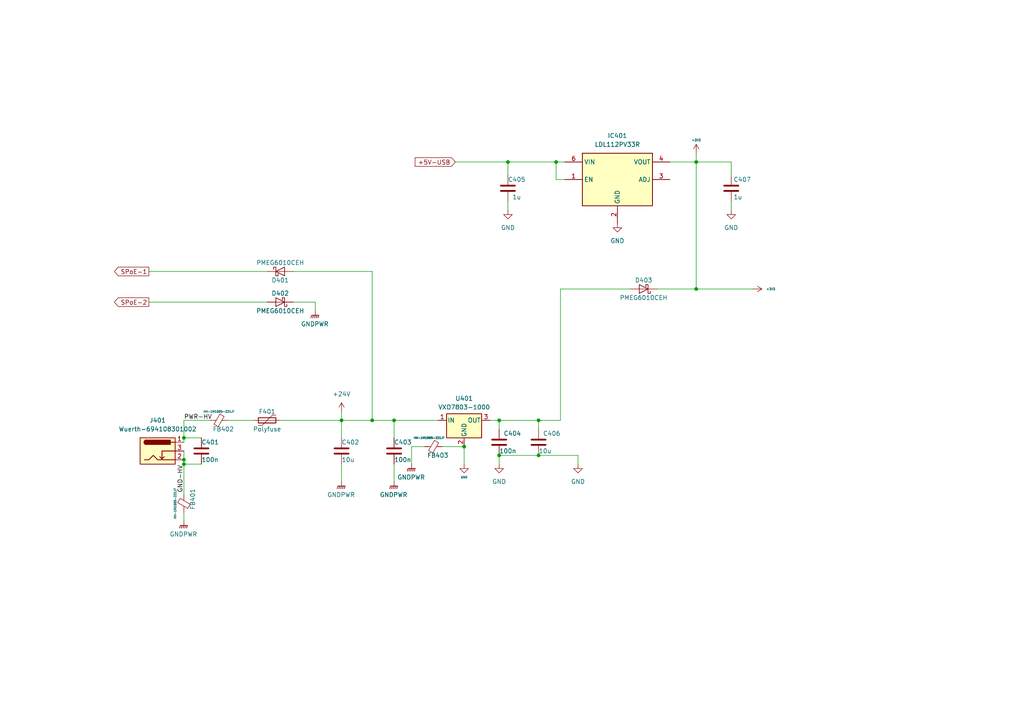
<source format=kicad_sch>
(kicad_sch (version 20230121) (generator eeschema)
  (paper "A4")
  (lib_symbols
    (symbol "Connector:Barrel_Jack_Switch" (pin_names hide)
      (property "Reference" "J" (at 0 5.334 0))
      (property "Value" "Barrel_Jack_Switch" (at 0 -5.08 0))
      (symbol "Barrel_Jack_Switch_0_1"
        (rectangle (start -5.08 3.81) (end 5.08 -3.81) (stroke (width 0.254)) (fill (type background)))
        (arc (start -3.302 3.175) (mid -3.9343 2.54) (end -3.302 1.905) (stroke (width 0.254)))
        (arc (start -3.302 3.175) (mid -3.9343 2.54) (end -3.302 1.905) (stroke (width 0.254)) (fill (type outline)))
        (polyline (pts (xy 1.27 -2.286) (xy 1.905 -1.651)) (stroke (width 0.254)))
        (polyline (pts (xy 5.08 2.54) (xy 3.81 2.54)) (stroke (width 0.254)))
        (polyline (pts (xy 5.08 0) (xy 1.27 0) (xy 1.27 -2.286) (xy 0.635 -1.651)) (stroke (width 0.254)))
        (polyline (pts (xy -3.81 -2.54) (xy -2.54 -2.54) (xy -1.27 -1.27) (xy 0 -2.54) (xy 2.54 -2.54) (xy 5.08 -2.54)) (stroke (width 0.254)))
        (rectangle (start 3.683 3.175) (end -3.302 1.905) (stroke (width 0.254)) (fill (type outline)))
      )
      (symbol "Barrel_Jack_Switch_1_1"
        (pin passive line (at 7.62 2.54 180) (length 2.54) (name "~") (number "1"))
        (pin passive line (at 7.62 -2.54 180) (length 2.54) (name "~") (number "2"))
        (pin passive line (at 7.62 0 180) (length 2.54) (name "~") (number "3"))
      )
    )
    (symbol "Device:C" (pin_numbers hide) (pin_names (offset 0.254))
      (property "Reference" "C" (at 0.635 2.54 0))
      (property "Value" "C" (at 0.635 -2.54 0))
      (symbol "C_0_1"
        (polyline (pts (xy -2.032 -0.762) (xy 2.032 -0.762)) (stroke (width 0.508)))
        (polyline (pts (xy -2.032 0.762) (xy 2.032 0.762)) (stroke (width 0.508)))
      )
      (symbol "C_1_1"
        (pin passive line (at 0 3.81 270) (length 2.794) (name "~") (number "1"))
        (pin passive line (at 0 -3.81 90) (length 2.794) (name "~") (number "2"))
      )
    )
    (symbol "Device:Ferrite_Bead_Small" (pin_numbers hide) (pin_names (offset 0))
      (property "Reference" "FB" (at 1.905 1.27 0))
      (property "Value" "Device_Ferrite_Bead_Small" (at 1.905 -1.27 0))
      (symbol "Ferrite_Bead_Small_0_1"
        (polyline (pts (xy 0 -1.27) (xy 0 -0.7874)))
        (polyline (pts (xy 0 0.889) (xy 0 1.2954)))
        (polyline (pts (xy -1.8288 0.2794) (xy -1.1176 1.4986) (xy 1.8288 -0.2032) (xy 1.1176 -1.4224) (xy -1.8288 0.2794)))
      )
      (symbol "Ferrite_Bead_Small_1_1"
        (pin passive line (at 0 2.54 270) (length 1.27) (name "~") (number "1"))
        (pin passive line (at 0 -2.54 90) (length 1.27) (name "~") (number "2"))
      )
    )
    (symbol "Device:Polyfuse" (pin_numbers hide) (pin_names (offset 0))
      (property "Reference" "F" (at -2.54 0 90))
      (property "Value" "Polyfuse" (at 2.54 0 90))
      (symbol "Polyfuse_0_1"
        (rectangle (start -0.762 2.54) (end 0.762 -2.54) (stroke (width 0.254)))
        (polyline (pts (xy 0 2.54) (xy 0 -2.54)))
        (polyline (pts (xy -1.524 2.54) (xy -1.524 1.524) (xy 1.524 -1.524) (xy 1.524 -2.54)))
      )
      (symbol "Polyfuse_1_1"
        (pin passive line (at 0 3.81 270) (length 1.27) (name "~") (number "1"))
        (pin passive line (at 0 -3.81 90) (length 1.27) (name "~") (number "2"))
      )
    )
    (symbol "Diode:PMEG6010CEH" (pin_numbers hide) (pin_names hide)
      (property "Reference" "D" (at 0 2.54 0))
      (property "Value" "PMEG6010CEH" (at 0 -2.54 0))
      (symbol "PMEG6010CEH_0_1"
        (polyline (pts (xy 1.27 0) (xy -1.27 0)))
        (polyline (pts (xy 1.27 1.27) (xy 1.27 -1.27) (xy -1.27 0) (xy 1.27 1.27)) (stroke (width 0.2032)))
        (polyline (pts (xy -1.905 0.635) (xy -1.905 1.27) (xy -1.27 1.27) (xy -1.27 -1.27) (xy -0.635 -1.27) (xy -0.635 -0.635)) (stroke (width 0.2032)))
      )
      (symbol "PMEG6010CEH_1_1"
        (pin passive line (at -3.81 0 0) (length 2.54) (name "K") (number "1"))
        (pin passive line (at 3.81 0 180) (length 2.54) (name "A") (number "2"))
      )
    )
    (symbol "Project_Specific_Power:+3V3" (power) (pin_names (offset 0))
      (property "Value" "+3V3" (at 0 3.175 0))
      (symbol "+3V3_0_1"
        (polyline (pts (xy -0.762 1.27) (xy 0 2.54)))
        (polyline (pts (xy 0 0) (xy 0 2.54)))
        (polyline (pts (xy 0 2.54) (xy 0.762 1.27)))
      )
      (symbol "+3V3_1_1"
        (pin power_in line (at 0 0 90) (length 0) hide (name "+3V3") (number "1"))
      )
    )
    (symbol "Project_Specific_STMicroelectronics:LDL112PV33R"
      (property "Reference" "IC" (at -7.62 8.89 0))
      (property "Value" "LDL112PV33R" (at -6.35 -3.81 0))
      (symbol "LDL112PV33R_1_1"
        (rectangle (start -10.16 5.08) (end 10.16 -10.16) (stroke (width 0.254)) (fill (type background)))
        (pin passive line (at -15.24 -2.54 0) (length 5.08) (name "EN") (number "1"))
        (pin passive line (at 0 -15.24 90) (length 5.08) (name "GND") (number "2"))
        (pin passive line (at 15.24 -2.54 180) (length 5.08) (name "ADJ") (number "3"))
        (pin passive line (at 15.24 2.54 180) (length 5.08) (name "VOUT") (number "4"))
        (pin passive line (at -15.24 2.54 0) (length 5.08) (name "VIN") (number "6"))
        (pin passive line (at 0 -15.24 90) (length 5.08) hide (name "EP") (number "7"))
      )
    )
    (symbol "Regulator_Linear:L7805" (pin_names (offset 0.254))
      (property "Reference" "U" (at -3.81 3.175 0))
      (property "Value" "L7805" (at 0 3.175 0))
      (symbol "L7805_0_1"
        (rectangle (start -5.08 1.905) (end 5.08 -5.08) (stroke (width 0.254)) (fill (type background)))
      )
      (symbol "L7805_1_1"
        (pin power_in line (at -7.62 0 0) (length 2.54) (name "IN") (number "1"))
        (pin power_in line (at 0 -7.62 90) (length 2.54) (name "GND") (number "2"))
        (pin power_out line (at 7.62 0 180) (length 2.54) (name "OUT") (number "3"))
      )
    )
    (symbol "power:+24V" (power) (pin_names (offset 0))
      (property "Value" "+24V" (at 0 3.556 0))
      (symbol "+24V_0_1"
        (polyline (pts (xy -0.762 1.27) (xy 0 2.54)))
        (polyline (pts (xy 0 0) (xy 0 2.54)))
        (polyline (pts (xy 0 2.54) (xy 0.762 1.27)))
      )
      (symbol "+24V_1_1"
        (pin power_in line (at 0 0 90) (length 0) hide (name "+24V") (number "1"))
      )
    )
    (symbol "power:GND" (power) (pin_names (offset 0))
      (property "Value" "GND" (at 0 -3.81 0))
      (symbol "GND_0_1"
        (polyline (pts (xy 0 0) (xy 0 -1.27) (xy 1.27 -1.27) (xy 0 -2.54) (xy -1.27 -1.27) (xy 0 -1.27)))
      )
      (symbol "GND_1_1"
        (pin power_in line (at 0 0 270) (length 0) hide (name "GND") (number "1"))
      )
    )
    (symbol "power:GNDPWR" (power) (pin_names (offset 0))
      (property "Value" "GNDPWR" (at 0 -3.302 0))
      (symbol "GNDPWR_0_1"
        (polyline (pts (xy 0 -1.27) (xy 0 0)))
        (polyline (pts (xy -1.016 -1.27) (xy -1.27 -2.032) (xy -1.27 -2.032)) (stroke (width 0.2032)))
        (polyline (pts (xy -0.508 -1.27) (xy -0.762 -2.032) (xy -0.762 -2.032)) (stroke (width 0.2032)))
        (polyline (pts (xy 0 -1.27) (xy -0.254 -2.032) (xy -0.254 -2.032)) (stroke (width 0.2032)))
        (polyline (pts (xy 0.508 -1.27) (xy 0.254 -2.032) (xy 0.254 -2.032)) (stroke (width 0.2032)))
        (polyline (pts (xy 1.016 -1.27) (xy -1.016 -1.27) (xy -1.016 -1.27)) (stroke (width 0.2032)))
        (polyline (pts (xy 1.016 -1.27) (xy 0.762 -2.032) (xy 0.762 -2.032) (xy 0.762 -2.032)) (stroke (width 0.2032)))
      )
      (symbol "GNDPWR_1_1"
        (pin power_in line (at 0 0 270) (length 0) hide (name "GNDPWR") (number "1"))
      )
    )
  )
  (junction (at 144.78 121.92))
  (junction (at 53.34 127))
  (junction (at 53.34 133.35))
  (junction (at 134.62 129.54))
  (junction (at 114.3 121.92))
  (junction (at 156.21 121.92))
  (junction (at 144.78 132.08))
  (junction (at 107.95 121.92))
  (junction (at 201.93 46.99))
  (junction (at 156.21 132.08))
  (junction (at 161.29 46.99))
  (junction (at 201.93 83.82))
  (junction (at 147.32 46.99))
  (junction (at 53.34 134.62))
  (junction (at 99.06 121.92))
  (wire (pts (xy 99.06 121.92) (xy 99.06 127)))
  (wire (pts (xy 147.32 58.42) (xy 147.32 60.96)))
  (wire (pts (xy 53.34 130.81) (xy 53.34 133.35)))
  (wire (pts (xy 134.62 129.54) (xy 134.62 134.62)))
  (wire (pts (xy 53.34 121.92) (xy 53.34 127)))
  (wire (pts (xy 162.56 83.82) (xy 162.56 121.92)))
  (wire (pts (xy 128.27 129.54) (xy 134.62 129.54)))
  (wire (pts (xy 144.78 121.92) (xy 144.78 124.46)))
  (wire (pts (xy 161.29 46.99) (xy 163.83 46.99)))
  (wire (pts (xy 107.95 121.92) (xy 114.3 121.92)))
  (wire (pts (xy 212.09 58.42) (xy 212.09 60.96)))
  (wire (pts (xy 144.78 121.92) (xy 156.21 121.92)))
  (wire (pts (xy 114.3 121.92) (xy 127 121.92)))
  (wire (pts (xy 167.64 132.08) (xy 167.64 134.62)))
  (wire (pts (xy 201.93 44.45) (xy 201.93 46.99)))
  (wire (pts (xy 114.3 134.62) (xy 114.3 139.7)))
  (wire (pts (xy 99.06 121.92) (xy 107.95 121.92)))
  (wire (pts (xy 147.32 50.8) (xy 147.32 46.99)))
  (wire (pts (xy 53.34 127) (xy 53.34 128.27)))
  (wire (pts (xy 161.29 52.07) (xy 161.29 46.99)))
  (wire (pts (xy 43.18 78.74) (xy 77.47 78.74)))
  (wire (pts (xy 53.34 148.59) (xy 53.34 151.13)))
  (wire (pts (xy 60.96 121.92) (xy 53.34 121.92)))
  (wire (pts (xy 201.93 83.82) (xy 201.93 46.99)))
  (wire (pts (xy 53.34 134.62) (xy 58.42 134.62)))
  (wire (pts (xy 53.34 133.35) (xy 53.34 134.62)))
  (wire (pts (xy 144.78 132.08) (xy 144.78 134.62)))
  (wire (pts (xy 194.31 46.99) (xy 201.93 46.99)))
  (wire (pts (xy 99.06 134.62) (xy 99.06 139.7)))
  (wire (pts (xy 73.66 121.92) (xy 66.04 121.92)))
  (wire (pts (xy 147.32 46.99) (xy 132.08 46.99)))
  (wire (pts (xy 43.18 87.63) (xy 77.47 87.63)))
  (wire (pts (xy 147.32 46.99) (xy 161.29 46.99)))
  (wire (pts (xy 119.38 129.54) (xy 123.19 129.54)))
  (wire (pts (xy 53.34 134.62) (xy 53.34 143.51)))
  (wire (pts (xy 53.34 127) (xy 58.42 127)))
  (wire (pts (xy 201.93 83.82) (xy 218.44 83.82)))
  (wire (pts (xy 163.83 52.07) (xy 161.29 52.07)))
  (wire (pts (xy 114.3 121.92) (xy 114.3 127)))
  (wire (pts (xy 156.21 121.92) (xy 162.56 121.92)))
  (wire (pts (xy 190.5 83.82) (xy 201.93 83.82)))
  (wire (pts (xy 144.78 132.08) (xy 156.21 132.08)))
  (wire (pts (xy 99.06 119.38) (xy 99.06 121.92)))
  (wire (pts (xy 91.44 87.63) (xy 91.44 90.17)))
  (wire (pts (xy 162.56 83.82) (xy 182.88 83.82)))
  (wire (pts (xy 156.21 132.08) (xy 167.64 132.08)))
  (wire (pts (xy 156.21 121.92) (xy 156.21 124.46)))
  (wire (pts (xy 85.09 87.63) (xy 91.44 87.63)))
  (wire (pts (xy 81.28 121.92) (xy 99.06 121.92)))
  (wire (pts (xy 142.24 121.92) (xy 144.78 121.92)))
  (wire (pts (xy 85.09 78.74) (xy 107.95 78.74)))
  (wire (pts (xy 212.09 50.8) (xy 212.09 46.99)))
  (wire (pts (xy 212.09 46.99) (xy 201.93 46.99)))
  (wire (pts (xy 107.95 121.92) (xy 107.95 78.74)))
  (wire (pts (xy 119.38 129.54) (xy 119.38 134.62)))
  (label "GND-HV" (at 53.34 142.875 90))
  (label "PWR-HV" (at 53.34 121.92 0))
  (global_label "SPoE-2" (shape output) (at 43.18 87.63 180) (property "Intersheetrefs" "${INTERSHEET_REFS}" (at 32.7148 87.63 0) (effects (justify right))))
  (global_label "SPoE-1" (shape output) (at 43.18 78.74 180) (property "Intersheetrefs" "${INTERSHEET_REFS}" (at 32.7148 78.74 0) (effects (justify right))))
  (global_label "+5V-USB" (shape input) (at 132.08 46.99 180) (property "Intersheetrefs" "${INTERSHEET_REFS}" (at 119.9213 46.99 0) (effects (justify right))))
  (symbol (lib_id "power:GNDPWR") (at 99.06 139.7 0) (unit 1)
    (property "Reference" "#PWR0404" (effects hide))
    (property "Value" "GNDPWR" (at 98.933 143.51 0))
    (instances (project "SinglePair-Eth-Gateway" (path "" (reference "#PWR0404") (unit 1))) (project "Hemispherical-3D-Camera" (path "" (reference "#PWR0401") (unit 1))))
  )
  (symbol (lib_id "power:+24V") (at 99.06 119.38 0) (unit 1)
    (property "Reference" "#PWR0403" (effects hide))
    (property "Value" "+24V" (at 99.06 114.3 0))
  )
  (symbol (lib_id "Diode:PMEG6010CEH") (at 81.28 78.74 0) (unit 1)
    (property "Reference" "D401" (at 81.28 81.28 0))
    (property "Value" "PMEG6010CEH" (at 81.28 76.2 0))
    (property "Footprint" "Diode_SMD:D_SOD-123F" (effects hide))
    (property "Datasheet" "https://assets.nexperia.com/documents/data-sheet/PMEG6010CEH_PMEG6010CEJ.pdf" (effects hide))
    (instances (project "SinglePair-Eth-Gateway" (path "" (reference "D401") (unit 1))) (project "Hemispherical-3D-Camera" (path "" (reference "D403") (unit 1))))
  )
  (symbol (lib_id "power:GND") (at 179.07 64.77 0) (unit 1)
    (property "Reference" "#PWR0411" (effects hide))
    (property "Value" "GND" (at 179.07 69.85 0))
    (instances (project "SinglePair-Eth-Gateway" (path "" (reference "#PWR0411") (unit 1))) (project "Hemispherical-3D-Camera" (path "" (reference "#PWR0408") (unit 1))))
  )
  (symbol (lib_id "Device:Ferrite_Bead_Small") (at 53.34 146.05 0) (unit 1)
    (property "Reference" "FB401" (at 55.88 144.78 90))
    (property "Value" "HH-1M1005-221JT" (at 50.8 146.05 90) (effects (font (size 0.6 0.6))))
    (property "Footprint" "Inductor_SMD:L_0402_1005Metric" (effects hide))
    (instances (project "SinglePair-Eth-Gateway" (path "" (reference "FB401") (unit 1))) (project "gateway-LoRa-T1L" (path "" (reference "FB101") (unit 1))) (project "Hemispherical-3D-Camera" (path "" (reference "FB1") (unit 1)) (path "" (reference "FB203") (unit 1)) (path "" (reference "FB402") (unit 1))))
  )
  (symbol (lib_id "Device:Ferrite_Bead_Small") (at 63.5 121.92 270) (unit 1)
    (property "Reference" "FB402" (at 64.77 124.46 90))
    (property "Value" "HH-1M1005-221JT" (at 63.5 119.38 90) (effects (font (size 0.6 0.6))))
    (property "Footprint" "Inductor_SMD:L_0402_1005Metric" (effects hide))
    (instances (project "SinglePair-Eth-Gateway" (path "" (reference "FB402") (unit 1))) (project "gateway-LoRa-T1L" (path "" (reference "FB101") (unit 1))) (project "Hemispherical-3D-Camera" (path "" (reference "FB1") (unit 1)) (path "" (reference "FB203") (unit 1)) (path "" (reference "FB401") (unit 1))))
  )
  (symbol (lib_id "Diode:PMEG6010CEH") (at 81.28 87.63 180) (unit 1)
    (property "Reference" "D402" (at 81.28 85.09 0))
    (property "Value" "PMEG6010CEH" (at 81.28 90.17 0))
    (property "Footprint" "Diode_SMD:D_SOD-123F" (effects hide))
    (property "Datasheet" "https://assets.nexperia.com/documents/data-sheet/PMEG6010CEH_PMEG6010CEJ.pdf" (effects hide))
  )
  (symbol (lib_id "Device:C") (at 99.06 130.81 0) (unit 1)
    (property "Reference" "C402" (at 99.06 128.27 0) (effects (justify left)))
    (property "Value" "10u" (at 99.06 133.35 0) (effects (justify left)))
    (property "Footprint" "Capacitor_SMD:C_0603_1608Metric" (effects hide))
    (instances (project "SinglePair-Eth-Gateway" (path "" (reference "C402") (unit 1))) (project "Hemispherical-3D-Camera" (path "" (reference "C410") (unit 1))))
  )
  (symbol (lib_id "Device:Polyfuse") (at 77.47 121.92 90) (unit 1)
    (property "Reference" "F401" (at 77.47 119.38 90))
    (property "Value" "Polyfuse" (at 77.47 124.46 90))
    (property "Footprint" "Fuse:Fuse_1210_3225Metric" (effects hide))
  )
  (symbol (lib_id "Device:C") (at 58.42 130.81 0) (unit 1)
    (property "Reference" "C401" (at 58.42 128.27 0) (effects (justify left)))
    (property "Value" "100n" (at 58.42 133.35 0) (effects (justify left)))
    (property "Footprint" "Capacitor_SMD:C_0402_1005Metric" (effects hide))
    (instances (project "SinglePair-Eth-Gateway" (path "" (reference "C401") (unit 1))) (project "Hemispherical-3D-Camera" (path "" (reference "C409") (unit 1))))
  )
  (symbol (lib_id "Diode:PMEG6010CEH") (at 186.69 83.82 180) (unit 1)
    (property "Reference" "D403" (at 186.69 81.28 0))
    (property "Value" "PMEG6010CEH" (at 186.69 86.36 0))
    (property "Footprint" "Diode_SMD:D_SOD-123F" (effects hide))
    (property "Datasheet" "https://assets.nexperia.com/documents/data-sheet/PMEG6010CEH_PMEG6010CEJ.pdf" (effects hide))
    (instances (project "SinglePair-Eth-Gateway" (path "" (reference "D403") (unit 1))) (project "Hemispherical-3D-Camera" (path "" (reference "D402") (unit 1))))
  )
  (symbol (lib_id "Device:C") (at 147.32 54.61 0) (unit 1)
    (property "Reference" "C405" (at 147.32 52.07 0) (effects (justify left)))
    (property "Value" "1u" (at 148.59 57.15 0) (effects (justify left)))
    (property "Footprint" "Capacitor_SMD:C_0402_1005Metric" (effects hide))
    (instances (project "SinglePair-Eth-Gateway" (path "" (reference "C405") (unit 1))) (project "Hemispherical-3D-Camera" (path "" (reference "C407") (unit 1))))
  )
  (symbol (lib_id "power:GNDPWR") (at 53.34 151.13 0) (unit 1)
    (property "Reference" "#PWR0401" (effects hide))
    (property "Value" "GNDPWR" (at 53.213 154.94 0))
    (instances (project "SinglePair-Eth-Gateway" (path "" (reference "#PWR0401") (unit 1))) (project "Hemispherical-3D-Camera" (path "" (reference "#PWR0104") (unit 1))))
  )
  (symbol (lib_id "Project_Specific_STMicroelectronics:LDL112PV33R") (at 179.07 49.53 0) (unit 1)
    (property "Reference" "IC401" (at 179.07 39.37 0))
    (property "Value" "LDL112PV33R" (at 179.07 41.91 0))
    (property "Footprint" "Project_Specific_ST:SON95P300X300X100-7N-D" (effects hide))
    (property "Datasheet" "https://www.st.com/resource/en/datasheet/ldl112.pdf" (effects hide))
    (property "Height" "1" (effects hide))
    (property "Manufacturer_Name" "STMicroelectronics" (effects hide))
    (property "Manufacturer_Part_Number" "LDL112PV33R" (effects hide))
    (property "Mouser Part Number" "511-LDL112PV33R" (effects hide))
    (property "Mouser Price/Stock" "https://www.mouser.co.uk/ProductDetail/STMicroelectronics/LDL112PV33R?qs=ClYTdQWm4hBLK%252B6rgDdn2Q%3D%3D" (effects hide))
    (property "Arrow Part Number" "LDL112PV33R" (effects hide))
    (property "Arrow Price/Stock" "https://www.arrow.com/en/products/ldl112pv33r/stmicroelectronics?region=nac" (effects hide))
    (instances (project "SinglePair-Eth-Gateway" (path "" (reference "IC401") (unit 1))) (project "Hemispherical-3D-Camera" (path "" (reference "IC402") (unit 1))))
  )
  (symbol (lib_id "Device:C") (at 114.3 130.81 0) (unit 1)
    (property "Reference" "C403" (at 114.3 128.27 0) (effects (justify left)))
    (property "Value" "100n" (at 114.3 133.35 0) (effects (justify left)))
    (property "Footprint" "Capacitor_SMD:C_0402_1005Metric" (effects hide))
    (instances (project "SinglePair-Eth-Gateway" (path "" (reference "C403") (unit 1))) (project "Hemispherical-3D-Camera" (path "" (reference "C410") (unit 1))))
  )
  (symbol (lib_id "power:GNDPWR") (at 114.3 139.7 0) (unit 1)
    (property "Reference" "#PWR0405" (effects hide))
    (property "Value" "GNDPWR" (at 114.173 143.51 0))
    (instances (project "SinglePair-Eth-Gateway" (path "" (reference "#PWR0405") (unit 1))) (project "Hemispherical-3D-Camera" (path "" (reference "#PWR0401") (unit 1))))
  )
  (symbol (lib_id "power:GND") (at 212.09 60.96 0) (unit 1)
    (property "Reference" "#PWR0413" (effects hide))
    (property "Value" "GND" (at 212.09 66.04 0))
    (instances (project "SinglePair-Eth-Gateway" (path "" (reference "#PWR0413") (unit 1))) (project "Hemispherical-3D-Camera" (path "" (reference "#PWR0411") (unit 1))))
  )
  (symbol (lib_id "Device:C") (at 212.09 54.61 0) (unit 1)
    (property "Reference" "C407" (at 212.725 52.07 0) (effects (justify left)))
    (property "Value" "1u" (at 212.725 57.15 0) (effects (justify left)))
    (property "Footprint" "Capacitor_SMD:C_0402_1005Metric" (effects hide))
    (instances (project "SinglePair-Eth-Gateway" (path "" (reference "C407") (unit 1))) (project "Hemispherical-3D-Camera" (path "" (reference "C408") (unit 1))))
  )
  (symbol (lib_id "power:GNDPWR") (at 91.44 90.17 0) (unit 1)
    (property "Reference" "#PWR0402" (effects hide))
    (property "Value" "GNDPWR" (at 91.313 93.98 0))
    (instances (project "SinglePair-Eth-Gateway" (path "" (reference "#PWR0402") (unit 1))) (project "Hemispherical-3D-Camera" (path "" (reference "#PWR0401") (unit 1))))
  )
  (symbol (lib_id "power:GND") (at 147.32 60.96 0) (unit 1)
    (property "Reference" "#PWR0409" (effects hide))
    (property "Value" "GND" (at 147.32 66.04 0))
    (instances (project "SinglePair-Eth-Gateway" (path "" (reference "#PWR0409") (unit 1))) (project "Hemispherical-3D-Camera" (path "" (reference "#PWR0410") (unit 1))))
  )
  (symbol (lib_id "Device:Ferrite_Bead_Small") (at 125.73 129.54 270) (unit 1)
    (property "Reference" "FB403" (at 127 132.08 90))
    (property "Value" "HH-1M1005-221JT" (at 124.46 127 90) (effects (font (size 0.6 0.6))))
    (property "Footprint" "Inductor_SMD:L_0402_1005Metric" (effects hide))
    (instances (project "SinglePair-Eth-Gateway" (path "" (reference "FB403") (unit 1))) (project "gateway-LoRa-T1L" (path "" (reference "FB101") (unit 1))) (project "Hemispherical-3D-Camera" (path "" (reference "FB1") (unit 1)) (path "" (reference "FB203") (unit 1)) (path "" (reference "FB401") (unit 1))))
  )
  (symbol (lib_id "power:GND") (at 167.64 134.62 0) (unit 1)
    (property "Reference" "#PWR0410" (effects hide))
    (property "Value" "GND" (at 167.64 139.7 0))
    (instances (project "SinglePair-Eth-Gateway" (path "" (reference "#PWR0410") (unit 1))) (project "Hemispherical-3D-Camera" (path "" (reference "#PWR0403") (unit 1))))
  )
  (symbol (lib_id "Device:C") (at 144.78 128.27 0) (unit 1)
    (property "Reference" "C404" (at 146.05 125.73 0) (effects (justify left)))
    (property "Value" "100n" (at 144.78 130.81 0) (effects (justify left)))
    (property "Footprint" "Capacitor_SMD:C_0402_1005Metric" (effects hide))
  )
  (symbol (lib_id "power:GND") (at 134.62 134.62 0) (unit 1)
    (property "Reference" "#PWR0407" (effects hide))
    (property "Value" "GND" (at 134.62 138.43 0) (effects (font (size 0.6 0.6))))
    (instances (project "SinglePair-Eth-Gateway" (path "" (reference "#PWR0407") (unit 1))) (project "Ethernet" (path "" (reference "#PWR0306") (unit 1))) (project "gateway-LoRa-T1L" (path "" (reference "#PWR0306") (unit 1))) (project "Hemispherical-3D-Camera" (path "" (reference "#PWR0331") (unit 1)) (path "" (reference "#PWR0413") (unit 1))))
  )
  (symbol (lib_id "Project_Specific_Power:+3V3") (at 201.93 44.45 0) (unit 1)
    (property "Reference" "#PWR0412" (effects hide))
    (property "Value" "+3V3" (at 201.93 40.64 0) (effects (font (size 0.635 0.635))))
    (instances (project "SinglePair-Eth-Gateway" (path "" (reference "#PWR0412") (unit 1))) (project "Hemispherical-3D-Camera" (path "" (reference "#PWR0409") (unit 1))))
  )
  (symbol (lib_id "Device:C") (at 156.21 128.27 0) (unit 1)
    (property "Reference" "C406" (at 157.48 125.73 0) (effects (justify left)))
    (property "Value" "10u" (at 156.21 130.81 0) (effects (justify left)))
    (property "Footprint" "Capacitor_SMD:C_0603_1608Metric" (effects hide))
    (instances (project "SinglePair-Eth-Gateway" (path "" (reference "C406") (unit 1))) (project "Hemispherical-3D-Camera" (path "" (reference "C404") (unit 1))))
  )
  (symbol (lib_id "Project_Specific_Power:+3V3") (at 218.44 83.82 270) (unit 1)
    (property "Reference" "#PWR0414" (effects hide))
    (property "Value" "+3V3" (at 222.25 83.82 90) (effects (font (size 0.635 0.635)) (justify left)))
    (instances (project "SinglePair-Eth-Gateway" (path "" (reference "#PWR0414") (unit 1))) (project "Hemispherical-3D-Camera" (path "" (reference "#PWR0404") (unit 1))))
  )
  (symbol (lib_id "Connector:Barrel_Jack_Switch") (at 45.72 130.81 0) (unit 1)
    (property "Reference" "J401" (at 45.72 121.92 0))
    (property "Value" "Wuerth-694108301002" (at 45.72 124.46 0))
    (property "Footprint" "Connector_BarrelJack:BarrelJack_Wuerth_6941xx301002" (effects hide))
  )
  (symbol (lib_id "power:GNDPWR") (at 119.38 134.62 0) (unit 1)
    (property "Reference" "#PWR0406" (effects hide))
    (property "Value" "GNDPWR" (at 119.253 138.43 0))
    (instances (project "SinglePair-Eth-Gateway" (path "" (reference "#PWR0406") (unit 1))) (project "Hemispherical-3D-Camera" (path "" (reference "#PWR0412") (unit 1))))
  )
  (symbol (lib_id "Regulator_Linear:L7805") (at 134.62 121.92 0) (unit 1)
    (property "Reference" "U401" (at 134.62 115.57 0))
    (property "Value" "VXO7803-1000" (at 134.62 118.11 0))
    (property "Footprint" "Package_TO_SOT_THT:TO-220-3_Vertical" (effects hide))
    (property "Datasheet" "http://www.st.com/content/ccc/resource/technical/document/datasheet/41/4f/b3/b0/12/d4/47/88/CD00000444.pdf/files/CD00000444.pdf/jcr:content/translations/en.CD00000444.pdf" (effects hide))
  )
  (symbol (lib_id "power:GND") (at 144.78 134.62 0) (unit 1)
    (property "Reference" "#PWR0408" (effects hide))
    (property "Value" "GND" (at 144.78 139.7 0))
    (instances (project "SinglePair-Eth-Gateway" (path "" (reference "#PWR0408") (unit 1))) (project "Hemispherical-3D-Camera" (path "" (reference "#PWR0402") (unit 1))))
  )
)
</source>
